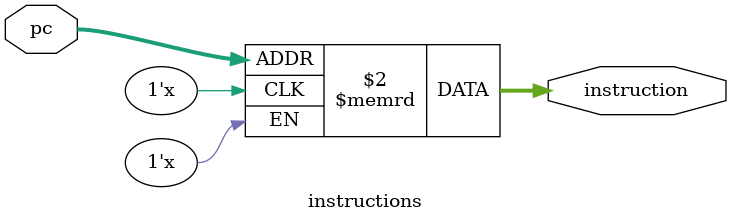
<source format=v>
module instructions (pc, instruction);
	
	input [31:0] pc;
	output reg [15:0] instruction;
	
	reg [15:0] instruction_set [25:0];
	
	always @*
		begin
			instruction <= instruction_set[pc];
		end
	
	

endmodule
</source>
